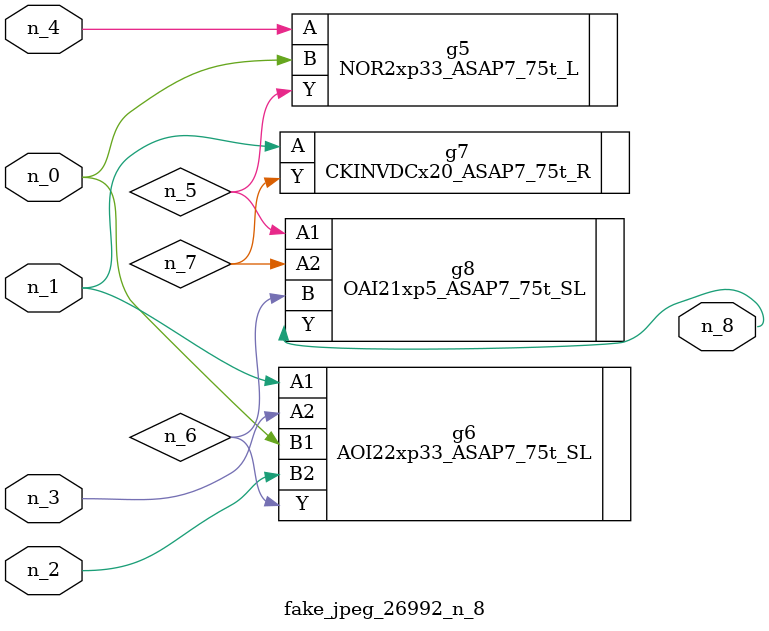
<source format=v>
module fake_jpeg_26992_n_8 (n_3, n_2, n_1, n_0, n_4, n_8);

input n_3;
input n_2;
input n_1;
input n_0;
input n_4;

output n_8;

wire n_6;
wire n_5;
wire n_7;

NOR2xp33_ASAP7_75t_L g5 ( 
.A(n_4),
.B(n_0),
.Y(n_5)
);

AOI22xp33_ASAP7_75t_SL g6 ( 
.A1(n_1),
.A2(n_3),
.B1(n_0),
.B2(n_2),
.Y(n_6)
);

CKINVDCx20_ASAP7_75t_R g7 ( 
.A(n_1),
.Y(n_7)
);

OAI21xp5_ASAP7_75t_SL g8 ( 
.A1(n_5),
.A2(n_7),
.B(n_6),
.Y(n_8)
);


endmodule
</source>
